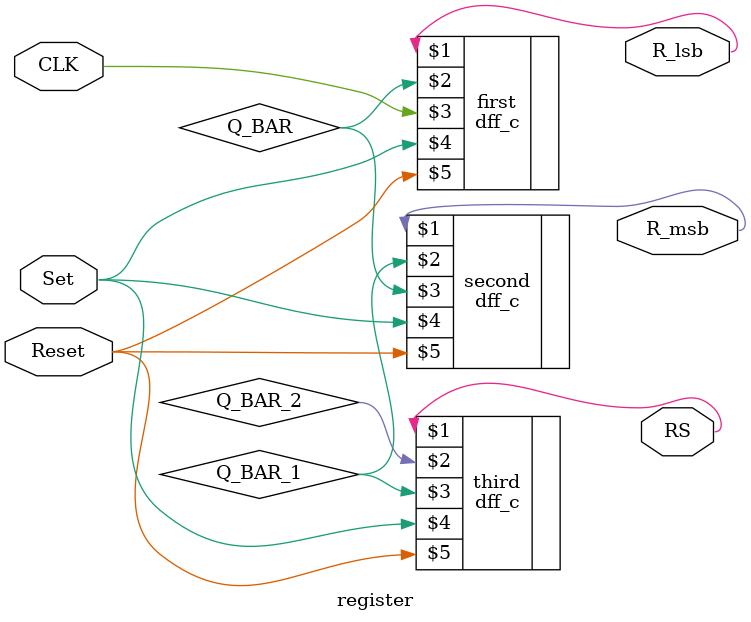
<source format=v>
module register(R_lsb, R_msb, RS, CLK, Set, Reset);  //asynchrnous 3-bit up counter from three D flipflops. 
                                                     //first and second dffs make up the register R1 (that gets incremented). 
                                                     //third flip flop is register RS (the Status Register)

  output R_lsb, R_msb, RS;
  input CLK;     //CLK stands for a general CLK input, specific clock input determined by parent module
  input Set,Reset;
  wire CLK;

  dff_c first (  R_lsb,    Q_BAR,     CLK,   Set, Reset );          
  dff_c second(  R_msb,  Q_BAR_1,   Q_BAR,   Set, Reset );        //Q_BAR from previous ff becomes clock of next
  dff_c third (     RS,  Q_BAR_2, Q_BAR_1,   Set, Reset );

endmodule
</source>
